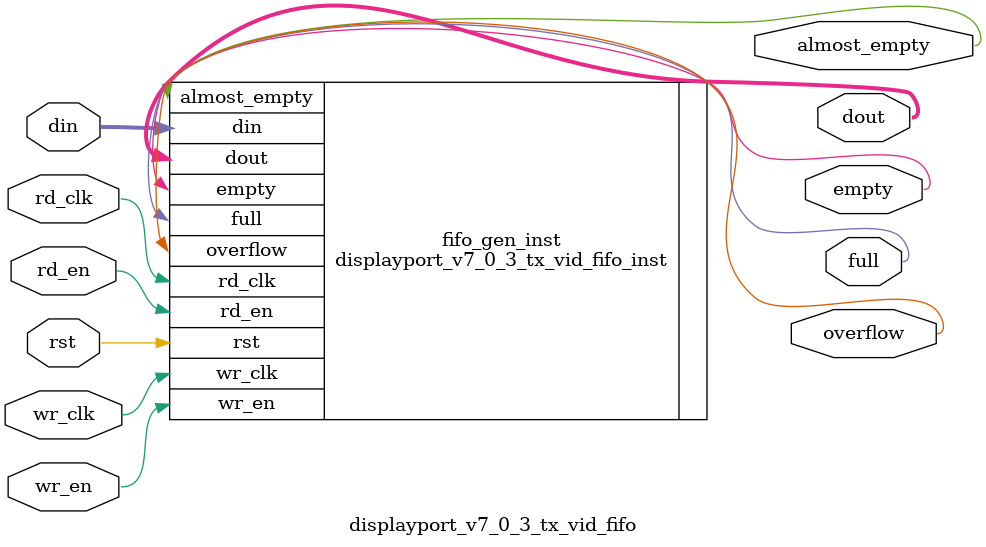
<source format=v>

`timescale 1ns/1ps

module displayport_v7_0_3_tx_vid_fifo
#(
 parameter  C_DIN_WIDTH  = 48,
 parameter  C_DOUT_WIDTH = 48,
 parameter  C_DEPTH      = 64,
 parameter  C_PTR_WIDTH  = 6,
 parameter  C_FAMILY     = "spartan6"
 ) 
   (
    input rst,
    input wr_clk,
    input rd_clk,
    input [C_DIN_WIDTH-1:0] din,
    output [C_DOUT_WIDTH-1:0] dout,
    input wr_en,
    input rd_en,
    output full,
    output overflow,
    output empty,
    output almost_empty
  );

displayport_v7_0_3_tx_vid_fifo_inst fifo_gen_inst (
  .rst             (rst           ),
  .wr_clk          (wr_clk        ),
  .rd_clk          (rd_clk        ),
  .din             (din           ),
  .wr_en           (wr_en         ),
  .rd_en           (rd_en         ),
  .dout            (dout          ),
  .full            (full          ),
  .overflow        (overflow      ),
  .empty           (empty         ),
  .almost_empty    (almost_empty  )
  );

endmodule

</source>
